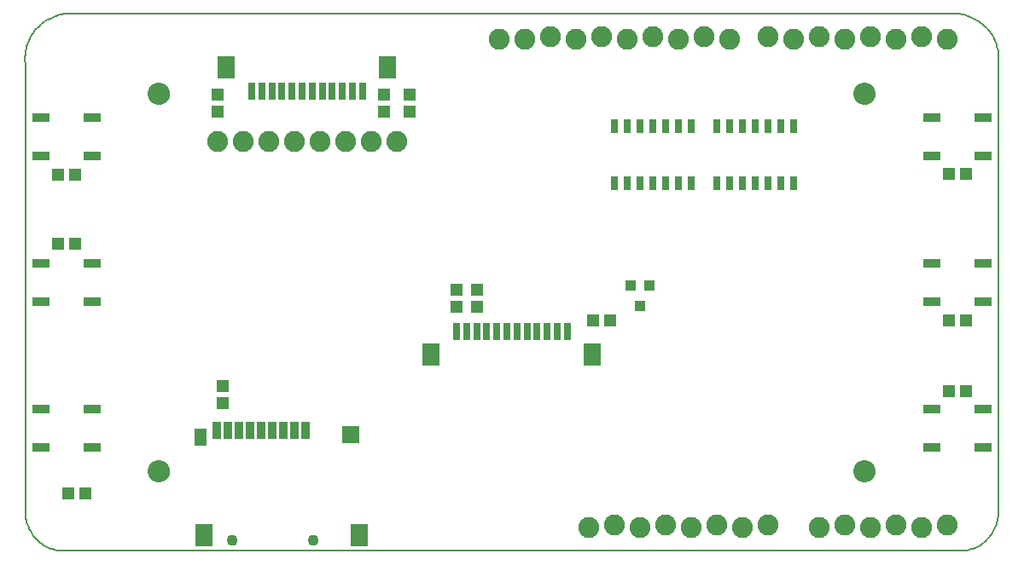
<source format=gts>
G75*
%MOIN*%
%OFA0B0*%
%FSLAX24Y24*%
%IPPOS*%
%LPD*%
%AMOC8*
5,1,8,0,0,1.08239X$1,22.5*
%
%ADD10C,0.0050*%
%ADD11R,0.0450X0.0480*%
%ADD12R,0.0680X0.0380*%
%ADD13C,0.0000*%
%ADD14C,0.0867*%
%ADD15R,0.0480X0.0450*%
%ADD16R,0.0380X0.0680*%
%ADD17R,0.0480X0.0680*%
%ADD18R,0.0680X0.0880*%
%ADD19R,0.0680X0.0680*%
%ADD20C,0.0430*%
%ADD21R,0.0277X0.0671*%
%ADD22R,0.0709X0.0866*%
%ADD23C,0.0820*%
%ADD24R,0.0316X0.0552*%
%ADD25R,0.0395X0.0434*%
D10*
X016260Y007643D02*
X016260Y025143D01*
X016250Y025224D01*
X016244Y025306D01*
X016242Y025387D01*
X016244Y025469D01*
X016249Y025550D01*
X016258Y025631D01*
X016271Y025712D01*
X016288Y025792D01*
X016308Y025871D01*
X016332Y025949D01*
X016359Y026026D01*
X016390Y026102D01*
X016425Y026176D01*
X016463Y026248D01*
X016504Y026319D01*
X016548Y026387D01*
X016596Y026454D01*
X016646Y026518D01*
X016700Y026580D01*
X016756Y026639D01*
X016815Y026696D01*
X016876Y026749D01*
X016940Y026800D01*
X017006Y026848D01*
X017074Y026893D01*
X017145Y026935D01*
X017217Y026973D01*
X017291Y027008D01*
X017366Y027039D01*
X017443Y027067D01*
X017521Y027092D01*
X017600Y027113D01*
X017679Y027130D01*
X017760Y027143D01*
X052760Y027143D01*
X052841Y027130D01*
X052920Y027113D01*
X052999Y027092D01*
X053077Y027067D01*
X053154Y027039D01*
X053229Y027008D01*
X053303Y026973D01*
X053375Y026935D01*
X053446Y026893D01*
X053514Y026848D01*
X053580Y026800D01*
X053644Y026749D01*
X053705Y026696D01*
X053764Y026639D01*
X053820Y026580D01*
X053874Y026518D01*
X053924Y026454D01*
X053972Y026387D01*
X054016Y026319D01*
X054057Y026248D01*
X054095Y026176D01*
X054130Y026102D01*
X054161Y026026D01*
X054188Y025949D01*
X054212Y025871D01*
X054232Y025792D01*
X054249Y025712D01*
X054262Y025631D01*
X054271Y025550D01*
X054276Y025469D01*
X054278Y025387D01*
X054276Y025306D01*
X054270Y025224D01*
X054260Y025143D01*
X054260Y007643D01*
X054258Y007567D01*
X054252Y007491D01*
X054243Y007416D01*
X054229Y007341D01*
X054212Y007267D01*
X054191Y007194D01*
X054167Y007122D01*
X054138Y007051D01*
X054107Y006982D01*
X054072Y006915D01*
X054033Y006850D01*
X053991Y006786D01*
X053946Y006725D01*
X053898Y006666D01*
X053847Y006610D01*
X053793Y006556D01*
X053737Y006505D01*
X053678Y006457D01*
X053617Y006412D01*
X053553Y006370D01*
X053488Y006331D01*
X053421Y006296D01*
X053352Y006265D01*
X053281Y006236D01*
X053209Y006212D01*
X053136Y006191D01*
X053062Y006174D01*
X052987Y006160D01*
X052912Y006151D01*
X052836Y006145D01*
X052760Y006143D01*
X017760Y006143D01*
X017684Y006145D01*
X017608Y006151D01*
X017533Y006160D01*
X017458Y006174D01*
X017384Y006191D01*
X017311Y006212D01*
X017239Y006236D01*
X017168Y006265D01*
X017099Y006296D01*
X017032Y006331D01*
X016967Y006370D01*
X016903Y006412D01*
X016842Y006457D01*
X016783Y006505D01*
X016727Y006556D01*
X016673Y006610D01*
X016622Y006666D01*
X016574Y006725D01*
X016529Y006786D01*
X016487Y006850D01*
X016448Y006915D01*
X016413Y006982D01*
X016382Y007051D01*
X016353Y007122D01*
X016329Y007194D01*
X016308Y007267D01*
X016291Y007341D01*
X016277Y007416D01*
X016268Y007491D01*
X016262Y007567D01*
X016260Y007643D01*
D11*
X017925Y008393D03*
X018594Y008393D03*
X018194Y018143D03*
X017525Y018143D03*
X017525Y020843D03*
X018194Y020843D03*
X038425Y015143D03*
X039094Y015143D03*
X052325Y015143D03*
X052994Y015143D03*
X052994Y012393D03*
X052325Y012393D03*
X052325Y020893D03*
X052994Y020893D03*
D12*
X053660Y021593D03*
X053660Y023093D03*
X051660Y023093D03*
X051660Y021593D03*
X051660Y017393D03*
X051660Y015893D03*
X053660Y015893D03*
X053660Y017393D03*
X053660Y011693D03*
X053660Y010193D03*
X051660Y010193D03*
X051660Y011693D03*
X018860Y011693D03*
X016860Y011693D03*
X016860Y010193D03*
X018860Y010193D03*
X018860Y015893D03*
X016860Y015893D03*
X016860Y017393D03*
X018860Y017393D03*
X018860Y021593D03*
X016860Y021593D03*
X016860Y023093D03*
X018860Y023093D03*
D13*
X021086Y024025D02*
X021088Y024064D01*
X021094Y024103D01*
X021104Y024141D01*
X021117Y024178D01*
X021134Y024213D01*
X021154Y024247D01*
X021178Y024278D01*
X021205Y024307D01*
X021234Y024333D01*
X021266Y024356D01*
X021300Y024376D01*
X021336Y024392D01*
X021373Y024404D01*
X021412Y024413D01*
X021451Y024418D01*
X021490Y024419D01*
X021529Y024416D01*
X021568Y024409D01*
X021605Y024398D01*
X021642Y024384D01*
X021677Y024366D01*
X021710Y024345D01*
X021741Y024320D01*
X021769Y024293D01*
X021794Y024263D01*
X021816Y024230D01*
X021835Y024196D01*
X021850Y024160D01*
X021862Y024122D01*
X021870Y024084D01*
X021874Y024045D01*
X021874Y024005D01*
X021870Y023966D01*
X021862Y023928D01*
X021850Y023890D01*
X021835Y023854D01*
X021816Y023820D01*
X021794Y023787D01*
X021769Y023757D01*
X021741Y023730D01*
X021710Y023705D01*
X021677Y023684D01*
X021642Y023666D01*
X021605Y023652D01*
X021568Y023641D01*
X021529Y023634D01*
X021490Y023631D01*
X021451Y023632D01*
X021412Y023637D01*
X021373Y023646D01*
X021336Y023658D01*
X021300Y023674D01*
X021266Y023694D01*
X021234Y023717D01*
X021205Y023743D01*
X021178Y023772D01*
X021154Y023803D01*
X021134Y023837D01*
X021117Y023872D01*
X021104Y023909D01*
X021094Y023947D01*
X021088Y023986D01*
X021086Y024025D01*
X021086Y009261D02*
X021088Y009300D01*
X021094Y009339D01*
X021104Y009377D01*
X021117Y009414D01*
X021134Y009449D01*
X021154Y009483D01*
X021178Y009514D01*
X021205Y009543D01*
X021234Y009569D01*
X021266Y009592D01*
X021300Y009612D01*
X021336Y009628D01*
X021373Y009640D01*
X021412Y009649D01*
X021451Y009654D01*
X021490Y009655D01*
X021529Y009652D01*
X021568Y009645D01*
X021605Y009634D01*
X021642Y009620D01*
X021677Y009602D01*
X021710Y009581D01*
X021741Y009556D01*
X021769Y009529D01*
X021794Y009499D01*
X021816Y009466D01*
X021835Y009432D01*
X021850Y009396D01*
X021862Y009358D01*
X021870Y009320D01*
X021874Y009281D01*
X021874Y009241D01*
X021870Y009202D01*
X021862Y009164D01*
X021850Y009126D01*
X021835Y009090D01*
X021816Y009056D01*
X021794Y009023D01*
X021769Y008993D01*
X021741Y008966D01*
X021710Y008941D01*
X021677Y008920D01*
X021642Y008902D01*
X021605Y008888D01*
X021568Y008877D01*
X021529Y008870D01*
X021490Y008867D01*
X021451Y008868D01*
X021412Y008873D01*
X021373Y008882D01*
X021336Y008894D01*
X021300Y008910D01*
X021266Y008930D01*
X021234Y008953D01*
X021205Y008979D01*
X021178Y009008D01*
X021154Y009039D01*
X021134Y009073D01*
X021117Y009108D01*
X021104Y009145D01*
X021094Y009183D01*
X021088Y009222D01*
X021086Y009261D01*
X024161Y006552D02*
X024163Y006578D01*
X024169Y006604D01*
X024178Y006628D01*
X024191Y006651D01*
X024208Y006671D01*
X024227Y006689D01*
X024249Y006704D01*
X024272Y006715D01*
X024297Y006723D01*
X024323Y006727D01*
X024349Y006727D01*
X024375Y006723D01*
X024400Y006715D01*
X024424Y006704D01*
X024445Y006689D01*
X024464Y006671D01*
X024481Y006651D01*
X024494Y006628D01*
X024503Y006604D01*
X024509Y006578D01*
X024511Y006552D01*
X024509Y006526D01*
X024503Y006500D01*
X024494Y006476D01*
X024481Y006453D01*
X024464Y006433D01*
X024445Y006415D01*
X024423Y006400D01*
X024400Y006389D01*
X024375Y006381D01*
X024349Y006377D01*
X024323Y006377D01*
X024297Y006381D01*
X024272Y006389D01*
X024248Y006400D01*
X024227Y006415D01*
X024208Y006433D01*
X024191Y006453D01*
X024178Y006476D01*
X024169Y006500D01*
X024163Y006526D01*
X024161Y006552D01*
X027310Y006552D02*
X027312Y006578D01*
X027318Y006604D01*
X027327Y006628D01*
X027340Y006651D01*
X027357Y006671D01*
X027376Y006689D01*
X027398Y006704D01*
X027421Y006715D01*
X027446Y006723D01*
X027472Y006727D01*
X027498Y006727D01*
X027524Y006723D01*
X027549Y006715D01*
X027573Y006704D01*
X027594Y006689D01*
X027613Y006671D01*
X027630Y006651D01*
X027643Y006628D01*
X027652Y006604D01*
X027658Y006578D01*
X027660Y006552D01*
X027658Y006526D01*
X027652Y006500D01*
X027643Y006476D01*
X027630Y006453D01*
X027613Y006433D01*
X027594Y006415D01*
X027572Y006400D01*
X027549Y006389D01*
X027524Y006381D01*
X027498Y006377D01*
X027472Y006377D01*
X027446Y006381D01*
X027421Y006389D01*
X027397Y006400D01*
X027376Y006415D01*
X027357Y006433D01*
X027340Y006453D01*
X027327Y006476D01*
X027318Y006500D01*
X027312Y006526D01*
X027310Y006552D01*
X048645Y009261D02*
X048647Y009300D01*
X048653Y009339D01*
X048663Y009377D01*
X048676Y009414D01*
X048693Y009449D01*
X048713Y009483D01*
X048737Y009514D01*
X048764Y009543D01*
X048793Y009569D01*
X048825Y009592D01*
X048859Y009612D01*
X048895Y009628D01*
X048932Y009640D01*
X048971Y009649D01*
X049010Y009654D01*
X049049Y009655D01*
X049088Y009652D01*
X049127Y009645D01*
X049164Y009634D01*
X049201Y009620D01*
X049236Y009602D01*
X049269Y009581D01*
X049300Y009556D01*
X049328Y009529D01*
X049353Y009499D01*
X049375Y009466D01*
X049394Y009432D01*
X049409Y009396D01*
X049421Y009358D01*
X049429Y009320D01*
X049433Y009281D01*
X049433Y009241D01*
X049429Y009202D01*
X049421Y009164D01*
X049409Y009126D01*
X049394Y009090D01*
X049375Y009056D01*
X049353Y009023D01*
X049328Y008993D01*
X049300Y008966D01*
X049269Y008941D01*
X049236Y008920D01*
X049201Y008902D01*
X049164Y008888D01*
X049127Y008877D01*
X049088Y008870D01*
X049049Y008867D01*
X049010Y008868D01*
X048971Y008873D01*
X048932Y008882D01*
X048895Y008894D01*
X048859Y008910D01*
X048825Y008930D01*
X048793Y008953D01*
X048764Y008979D01*
X048737Y009008D01*
X048713Y009039D01*
X048693Y009073D01*
X048676Y009108D01*
X048663Y009145D01*
X048653Y009183D01*
X048647Y009222D01*
X048645Y009261D01*
X048645Y024025D02*
X048647Y024064D01*
X048653Y024103D01*
X048663Y024141D01*
X048676Y024178D01*
X048693Y024213D01*
X048713Y024247D01*
X048737Y024278D01*
X048764Y024307D01*
X048793Y024333D01*
X048825Y024356D01*
X048859Y024376D01*
X048895Y024392D01*
X048932Y024404D01*
X048971Y024413D01*
X049010Y024418D01*
X049049Y024419D01*
X049088Y024416D01*
X049127Y024409D01*
X049164Y024398D01*
X049201Y024384D01*
X049236Y024366D01*
X049269Y024345D01*
X049300Y024320D01*
X049328Y024293D01*
X049353Y024263D01*
X049375Y024230D01*
X049394Y024196D01*
X049409Y024160D01*
X049421Y024122D01*
X049429Y024084D01*
X049433Y024045D01*
X049433Y024005D01*
X049429Y023966D01*
X049421Y023928D01*
X049409Y023890D01*
X049394Y023854D01*
X049375Y023820D01*
X049353Y023787D01*
X049328Y023757D01*
X049300Y023730D01*
X049269Y023705D01*
X049236Y023684D01*
X049201Y023666D01*
X049164Y023652D01*
X049127Y023641D01*
X049088Y023634D01*
X049049Y023631D01*
X049010Y023632D01*
X048971Y023637D01*
X048932Y023646D01*
X048895Y023658D01*
X048859Y023674D01*
X048825Y023694D01*
X048793Y023717D01*
X048764Y023743D01*
X048737Y023772D01*
X048713Y023803D01*
X048693Y023837D01*
X048676Y023872D01*
X048663Y023909D01*
X048653Y023947D01*
X048647Y023986D01*
X048645Y024025D01*
D14*
X049039Y024025D03*
X049039Y009261D03*
X021480Y009261D03*
X021480Y024025D03*
D15*
X023760Y023978D03*
X023760Y023309D03*
X030260Y023309D03*
X031260Y023309D03*
X031260Y023978D03*
X030260Y023978D03*
X033094Y016353D03*
X033882Y016353D03*
X033882Y015684D03*
X033094Y015684D03*
X023960Y012578D03*
X023960Y011909D03*
D16*
X023745Y010843D03*
X024178Y010843D03*
X024611Y010843D03*
X025045Y010843D03*
X025478Y010843D03*
X025911Y010843D03*
X026344Y010843D03*
X026777Y010843D03*
X027210Y010843D03*
D17*
X023097Y010607D03*
D18*
X023234Y006759D03*
X029297Y006759D03*
D19*
X028974Y010689D03*
D20*
X027485Y006552D03*
X024336Y006552D03*
D21*
X033094Y014735D03*
X033488Y014735D03*
X033882Y014735D03*
X034275Y014735D03*
X034669Y014735D03*
X035063Y014735D03*
X035456Y014735D03*
X035850Y014735D03*
X036244Y014735D03*
X036637Y014735D03*
X037031Y014735D03*
X037425Y014735D03*
X029425Y024139D03*
X029031Y024139D03*
X028637Y024139D03*
X028244Y024139D03*
X027850Y024139D03*
X027456Y024139D03*
X027063Y024139D03*
X026669Y024139D03*
X026275Y024139D03*
X025882Y024139D03*
X025488Y024139D03*
X025094Y024139D03*
D22*
X024110Y025043D03*
X030409Y025043D03*
X032110Y013830D03*
X038409Y013830D03*
D23*
X039260Y007143D03*
X038260Y007043D03*
X040260Y007043D03*
X041260Y007143D03*
X042260Y007043D03*
X043260Y007143D03*
X044260Y007043D03*
X045260Y007143D03*
X047260Y007043D03*
X048260Y007143D03*
X049260Y007043D03*
X050260Y007143D03*
X051260Y007043D03*
X052260Y007143D03*
X030760Y022143D03*
X029760Y022143D03*
X028760Y022143D03*
X027760Y022143D03*
X026760Y022143D03*
X025760Y022143D03*
X024760Y022143D03*
X023760Y022143D03*
X034760Y026143D03*
X035760Y026143D03*
X036760Y026243D03*
X037760Y026143D03*
X038760Y026243D03*
X039760Y026143D03*
X040760Y026243D03*
X041760Y026143D03*
X042760Y026243D03*
X043760Y026143D03*
X045260Y026243D03*
X046260Y026143D03*
X047260Y026243D03*
X048260Y026143D03*
X049260Y026243D03*
X050260Y026143D03*
X051260Y026243D03*
X052260Y026143D03*
D24*
X046260Y022746D03*
X045760Y022746D03*
X045260Y022746D03*
X044760Y022746D03*
X044260Y022746D03*
X043760Y022746D03*
X043260Y022746D03*
X042260Y022746D03*
X041760Y022746D03*
X041260Y022746D03*
X040760Y022746D03*
X040260Y022746D03*
X039760Y022746D03*
X039260Y022746D03*
X039260Y020541D03*
X039760Y020541D03*
X040260Y020541D03*
X040760Y020541D03*
X041260Y020541D03*
X041760Y020541D03*
X042260Y020541D03*
X043260Y020541D03*
X043760Y020541D03*
X044260Y020541D03*
X044760Y020541D03*
X045260Y020541D03*
X045760Y020541D03*
X046260Y020541D03*
D25*
X040634Y016537D03*
X039885Y016537D03*
X040260Y015710D03*
M02*

</source>
